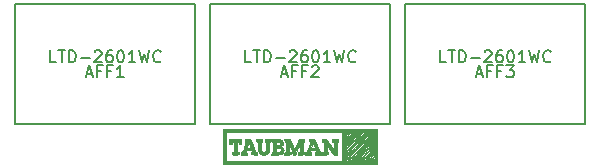
<source format=gbr>
G04 #@! TF.FileFunction,Legend,Top*
%FSLAX46Y46*%
G04 Gerber Fmt 4.6, Leading zero omitted, Abs format (unit mm)*
G04 Created by KiCad (PCBNEW 4.0.2-stable) date Sunday, August 14, 2016 'PMt' 09:10:01 PM*
%MOMM*%
G01*
G04 APERTURE LIST*
%ADD10C,0.100000*%
%ADD11C,0.150000*%
%ADD12C,0.010000*%
G04 APERTURE END LIST*
D10*
D11*
X114300000Y-112395000D02*
X129540000Y-112395000D01*
X114300000Y-112395000D02*
X114300000Y-102235000D01*
X129540000Y-112395000D02*
X114300000Y-112395000D01*
X129540000Y-102235000D02*
X129540000Y-112395000D01*
X129540000Y-112395000D02*
X129540000Y-102235000D01*
X114300000Y-102235000D02*
X129540000Y-102235000D01*
X130810000Y-112395000D02*
X146050000Y-112395000D01*
X130810000Y-112395000D02*
X130810000Y-102235000D01*
X146050000Y-112395000D02*
X130810000Y-112395000D01*
X146050000Y-102235000D02*
X146050000Y-112395000D01*
X146050000Y-112395000D02*
X146050000Y-102235000D01*
X130810000Y-102235000D02*
X146050000Y-102235000D01*
X147320000Y-112395000D02*
X162560000Y-112395000D01*
X147320000Y-112395000D02*
X147320000Y-102235000D01*
X162560000Y-112395000D02*
X147320000Y-112395000D01*
X162560000Y-102235000D02*
X162560000Y-112395000D01*
X162560000Y-112395000D02*
X162560000Y-102235000D01*
X147320000Y-102235000D02*
X162560000Y-102235000D01*
D12*
G36*
X144963200Y-115743600D02*
X131907600Y-115743600D01*
X131907600Y-115495851D01*
X142270800Y-115495851D01*
X142276431Y-115511278D01*
X142294747Y-115511232D01*
X142298528Y-115509238D01*
X142517491Y-115509238D01*
X142524840Y-115514999D01*
X142525016Y-115515000D01*
X142536420Y-115511061D01*
X142998995Y-115511061D01*
X143007676Y-115515000D01*
X143030727Y-115507430D01*
X143032356Y-115506365D01*
X143225916Y-115506365D01*
X143232449Y-115514677D01*
X143236317Y-115515000D01*
X143260705Y-115507201D01*
X143270952Y-115500554D01*
X143454116Y-115500554D01*
X143456312Y-115513109D01*
X143464974Y-115515000D01*
X143485244Y-115508696D01*
X143695503Y-115508696D01*
X143707806Y-115514739D01*
X143713534Y-115515000D01*
X143737620Y-115509506D01*
X143931963Y-115509506D01*
X143946336Y-115514981D01*
X143947797Y-115515000D01*
X143969847Y-115508514D01*
X144156372Y-115508514D01*
X144171691Y-115514851D01*
X144176634Y-115515000D01*
X144215281Y-115503692D01*
X144226890Y-115496042D01*
X144402603Y-115496042D01*
X144405630Y-115511112D01*
X144429369Y-115514991D01*
X144431303Y-115515000D01*
X144598095Y-115515000D01*
X144667145Y-115515000D01*
X144722900Y-115502930D01*
X144750245Y-115478383D01*
X144758052Y-115420921D01*
X144755798Y-115400315D01*
X144743485Y-115381232D01*
X144715277Y-115395654D01*
X144672697Y-115436932D01*
X144598095Y-115515000D01*
X144431303Y-115515000D01*
X144490838Y-115495280D01*
X144571031Y-115434771D01*
X144629719Y-115378621D01*
X144708202Y-115292140D01*
X144748703Y-115228819D01*
X144755851Y-115187136D01*
X144747833Y-115166854D01*
X144728809Y-115167445D01*
X144692676Y-115193104D01*
X144633330Y-115248026D01*
X144557435Y-115323514D01*
X144474542Y-115408262D01*
X144424252Y-115463765D01*
X144402603Y-115496042D01*
X144226890Y-115496042D01*
X144270690Y-115467180D01*
X144347675Y-115401574D01*
X144451050Y-115302989D01*
X144502350Y-115251962D01*
X144612262Y-115139311D01*
X144688237Y-115055306D01*
X144734325Y-114994866D01*
X144754574Y-114952907D01*
X144755896Y-114933727D01*
X144747919Y-114918590D01*
X144728090Y-114921545D01*
X144691834Y-114946284D01*
X144634579Y-114996501D01*
X144551752Y-115075889D01*
X144438778Y-115188141D01*
X144430181Y-115196765D01*
X144316686Y-115311534D01*
X144236161Y-115395570D01*
X144185003Y-115453397D01*
X144159608Y-115489537D01*
X144156372Y-115508514D01*
X143969847Y-115508514D01*
X143980139Y-115505487D01*
X144028106Y-115474603D01*
X144095801Y-115418831D01*
X144187330Y-115334652D01*
X144306795Y-115218550D01*
X144387929Y-115137777D01*
X144521124Y-115002921D01*
X144620702Y-114898447D01*
X144690249Y-114820142D01*
X144733347Y-114763794D01*
X144753583Y-114725190D01*
X144755911Y-114705341D01*
X144748016Y-114692907D01*
X144727927Y-114697369D01*
X144691780Y-114722037D01*
X144635715Y-114770221D01*
X144555870Y-114845232D01*
X144448381Y-114950378D01*
X144315780Y-115082564D01*
X144179575Y-115219764D01*
X144076605Y-115325446D01*
X144003614Y-115403435D01*
X143957346Y-115457558D01*
X143934548Y-115491640D01*
X143931963Y-115509506D01*
X143737620Y-115509506D01*
X143741119Y-115508708D01*
X143779017Y-115487434D01*
X143831331Y-115447577D01*
X143902163Y-115385537D01*
X143995616Y-115297713D01*
X144115793Y-115180505D01*
X144266796Y-115030312D01*
X144273564Y-115023539D01*
X144429096Y-114866705D01*
X144550611Y-114741375D01*
X144641060Y-114644219D01*
X144703398Y-114571902D01*
X144740578Y-114521093D01*
X144755554Y-114488458D01*
X144755919Y-114479286D01*
X144747252Y-114470088D01*
X144724589Y-114478313D01*
X144684637Y-114506849D01*
X144624104Y-114558587D01*
X144539697Y-114636416D01*
X144428125Y-114743226D01*
X144286093Y-114881905D01*
X144195890Y-114970747D01*
X144039738Y-115125330D01*
X143917006Y-115248138D01*
X143824576Y-115342690D01*
X143759328Y-115412503D01*
X143718146Y-115461096D01*
X143697910Y-115491988D01*
X143695503Y-115508696D01*
X143485244Y-115508696D01*
X143491078Y-115506882D01*
X143531855Y-115480606D01*
X143590486Y-115433286D01*
X143670152Y-115362036D01*
X143774032Y-115263970D01*
X143905307Y-115136201D01*
X144067158Y-114975846D01*
X144146519Y-114896582D01*
X144319978Y-114722241D01*
X144459728Y-114579879D01*
X144568684Y-114466273D01*
X144649762Y-114378200D01*
X144705880Y-114312436D01*
X144739951Y-114265759D01*
X144754894Y-114234944D01*
X144755925Y-114222944D01*
X144748203Y-114213894D01*
X144727985Y-114220442D01*
X144692230Y-114245348D01*
X144637895Y-114291373D01*
X144561938Y-114361276D01*
X144461318Y-114457818D01*
X144332992Y-114583759D01*
X144173919Y-114741859D01*
X144074379Y-114841362D01*
X143898561Y-115017863D01*
X143756362Y-115161893D01*
X143645052Y-115276467D01*
X143561902Y-115364603D01*
X143504182Y-115429319D01*
X143469163Y-115473630D01*
X143454116Y-115500554D01*
X143270952Y-115500554D01*
X143299529Y-115482019D01*
X143355700Y-115436778D01*
X143432125Y-115368800D01*
X143531712Y-115275407D01*
X143657370Y-115153923D01*
X143812006Y-115001669D01*
X143998530Y-114815969D01*
X144032193Y-114782308D01*
X144222045Y-114591738D01*
X144378099Y-114433558D01*
X144503057Y-114304825D01*
X144599621Y-114202597D01*
X144670494Y-114123933D01*
X144718377Y-114065891D01*
X144745974Y-114025527D01*
X144755987Y-113999902D01*
X144755928Y-113994396D01*
X144748278Y-113986402D01*
X144728070Y-113993640D01*
X144692505Y-114018687D01*
X144638783Y-114064120D01*
X144564105Y-114132516D01*
X144465672Y-114226452D01*
X144340684Y-114348507D01*
X144186341Y-114501256D01*
X143999845Y-114687277D01*
X143960053Y-114727087D01*
X143768021Y-114919716D01*
X143609737Y-115079585D01*
X143482653Y-115209472D01*
X143384215Y-115312152D01*
X143311874Y-115390405D01*
X143263078Y-115447006D01*
X143235276Y-115484734D01*
X143225916Y-115506365D01*
X143032356Y-115506365D01*
X143068038Y-115483048D01*
X143122303Y-115439349D01*
X143196216Y-115373824D01*
X143292471Y-115283968D01*
X143413762Y-115167272D01*
X143562783Y-115021231D01*
X143742228Y-114843336D01*
X143917873Y-114668027D01*
X144122924Y-114462374D01*
X144294089Y-114289419D01*
X144433899Y-114146441D01*
X144544882Y-114030717D01*
X144629566Y-113939525D01*
X144690480Y-113870142D01*
X144730155Y-113819846D01*
X144751117Y-113785914D01*
X144755931Y-113765834D01*
X144748345Y-113758698D01*
X144728163Y-113766509D01*
X144692779Y-113791691D01*
X144639586Y-113836671D01*
X144565976Y-113903874D01*
X144469344Y-113995726D01*
X144347082Y-114114652D01*
X144196584Y-114263078D01*
X144015242Y-114443430D01*
X143845734Y-114612806D01*
X143638639Y-114820431D01*
X143465403Y-114995066D01*
X143323625Y-115139297D01*
X143210900Y-115255712D01*
X143124827Y-115346896D01*
X143063003Y-115415436D01*
X143023024Y-115463919D01*
X143002489Y-115494932D01*
X142998995Y-115511061D01*
X142536420Y-115511061D01*
X142546003Y-115507751D01*
X142553520Y-115502758D01*
X142749584Y-115502758D01*
X142755914Y-115509443D01*
X142757794Y-115509335D01*
X142783021Y-115498414D01*
X142825903Y-115467806D01*
X142888686Y-115415412D01*
X142973615Y-115339133D01*
X143082936Y-115236870D01*
X143218895Y-115106525D01*
X143383737Y-114945999D01*
X143579709Y-114753193D01*
X143794251Y-114540709D01*
X144016451Y-114319613D01*
X144204426Y-114131408D01*
X144360470Y-113973667D01*
X144486876Y-113843965D01*
X144585937Y-113739879D01*
X144659946Y-113658983D01*
X144711196Y-113598852D01*
X144741981Y-113557061D01*
X144754592Y-113531186D01*
X144755057Y-113524709D01*
X144747111Y-113519029D01*
X144725347Y-113529109D01*
X144687394Y-113557163D01*
X144630881Y-113605408D01*
X144553435Y-113676061D01*
X144452686Y-113771338D01*
X144326261Y-113893454D01*
X144171790Y-114044628D01*
X143986900Y-114227074D01*
X143769220Y-114443009D01*
X143718600Y-114493335D01*
X143494000Y-114717081D01*
X143303638Y-114907640D01*
X143145366Y-115067279D01*
X143017043Y-115198264D01*
X142916522Y-115302864D01*
X142841661Y-115383345D01*
X142790313Y-115441977D01*
X142760336Y-115481025D01*
X142749584Y-115502758D01*
X142553520Y-115502758D01*
X142580982Y-115484518D01*
X142632314Y-115443068D01*
X142702361Y-115381171D01*
X142793484Y-115296594D01*
X142908045Y-115187106D01*
X143048404Y-115050475D01*
X143216924Y-114884470D01*
X143415965Y-114686860D01*
X143647889Y-114455411D01*
X143676545Y-114426755D01*
X143910699Y-114192152D01*
X144110807Y-113990709D01*
X144279120Y-113820042D01*
X144417887Y-113677769D01*
X144529358Y-113561507D01*
X144615782Y-113468871D01*
X144679409Y-113397479D01*
X144722489Y-113344948D01*
X144747272Y-113308894D01*
X144756007Y-113286934D01*
X144755934Y-113283288D01*
X144748465Y-113277538D01*
X144728362Y-113286294D01*
X144693323Y-113311733D01*
X144641043Y-113356033D01*
X144569221Y-113421368D01*
X144475553Y-113509916D01*
X144357735Y-113623854D01*
X144213466Y-113765357D01*
X144040441Y-113936603D01*
X143836358Y-114139767D01*
X143604405Y-114371533D01*
X143368407Y-114607961D01*
X143166453Y-114811037D01*
X142996386Y-114983046D01*
X142856047Y-115126274D01*
X142743279Y-115243006D01*
X142655925Y-115335529D01*
X142591827Y-115406128D01*
X142548827Y-115457089D01*
X142524767Y-115490697D01*
X142517491Y-115509238D01*
X142298528Y-115509238D01*
X142327879Y-115493760D01*
X142377961Y-115456909D01*
X142447124Y-115398726D01*
X142537500Y-115317256D01*
X142651221Y-115210546D01*
X142790421Y-115076643D01*
X142957231Y-114913594D01*
X143153783Y-114719444D01*
X143382210Y-114492241D01*
X143559750Y-114314950D01*
X143810963Y-114063309D01*
X144027770Y-113845010D01*
X144212127Y-113657917D01*
X144365990Y-113499897D01*
X144491314Y-113368816D01*
X144590055Y-113262539D01*
X144664169Y-113178932D01*
X144715611Y-113115861D01*
X144746338Y-113071192D01*
X144758303Y-113042790D01*
X144753465Y-113028521D01*
X144741047Y-113025799D01*
X144720065Y-113043257D01*
X144666909Y-113093254D01*
X144585143Y-113172226D01*
X144478331Y-113276611D01*
X144350037Y-113402843D01*
X144203824Y-113547361D01*
X144043257Y-113706599D01*
X143871900Y-113876994D01*
X143693316Y-114054983D01*
X143511070Y-114237001D01*
X143328726Y-114419486D01*
X143149847Y-114598873D01*
X142977997Y-114771599D01*
X142816742Y-114934100D01*
X142669643Y-115082813D01*
X142540266Y-115214173D01*
X142432174Y-115324618D01*
X142348931Y-115410582D01*
X142294102Y-115468504D01*
X142271250Y-115494818D01*
X142270800Y-115495851D01*
X131907600Y-115495851D01*
X131907600Y-113051200D01*
X132161600Y-113051200D01*
X132161600Y-115489600D01*
X141991400Y-115489600D01*
X141991400Y-115281489D01*
X142270800Y-115281489D01*
X142275814Y-115290450D01*
X142292506Y-115285779D01*
X142323343Y-115265181D01*
X142370797Y-115226363D01*
X142437336Y-115167031D01*
X142525432Y-115084890D01*
X142637553Y-114977648D01*
X142776169Y-114843010D01*
X142943750Y-114678682D01*
X143142767Y-114482371D01*
X143318550Y-114308405D01*
X143513959Y-114114870D01*
X143701914Y-113928824D01*
X143878713Y-113753923D01*
X144040658Y-113593822D01*
X144184047Y-113452176D01*
X144305181Y-113332642D01*
X144400360Y-113238873D01*
X144465884Y-113174527D01*
X144492997Y-113148105D01*
X144558180Y-113084188D01*
X144590126Y-113047614D01*
X144592450Y-113030764D01*
X144568770Y-113026017D01*
X144551035Y-113025800D01*
X144531089Y-113031172D01*
X144500782Y-113048898D01*
X144457532Y-113081385D01*
X144398754Y-113131045D01*
X144321865Y-113200286D01*
X144224280Y-113291518D01*
X144103417Y-113407152D01*
X143956691Y-113549597D01*
X143781519Y-113721263D01*
X143575317Y-113924559D01*
X143376587Y-114121189D01*
X143140347Y-114355591D01*
X142938237Y-114557039D01*
X142767941Y-114727966D01*
X142627141Y-114870804D01*
X142513519Y-114987984D01*
X142424757Y-115081939D01*
X142358538Y-115155100D01*
X142312543Y-115209900D01*
X142284456Y-115248770D01*
X142271958Y-115274143D01*
X142270800Y-115281489D01*
X141991400Y-115281489D01*
X141991400Y-115057561D01*
X142270800Y-115057561D01*
X142276364Y-115065697D01*
X142294655Y-115059088D01*
X142328074Y-115035483D01*
X142379018Y-114992629D01*
X142449887Y-114928276D01*
X142543081Y-114840172D01*
X142660998Y-114726065D01*
X142806037Y-114583704D01*
X142980597Y-114410838D01*
X143187078Y-114205214D01*
X143312676Y-114079783D01*
X143537471Y-113854770D01*
X143728286Y-113662926D01*
X143887393Y-113501835D01*
X144017064Y-113369079D01*
X144119571Y-113262240D01*
X144197185Y-113178901D01*
X144252179Y-113116644D01*
X144286824Y-113073052D01*
X144303393Y-113045707D01*
X144304156Y-113032191D01*
X144299331Y-113029866D01*
X144268959Y-113045474D01*
X144207548Y-113093857D01*
X144119102Y-113171011D01*
X144007624Y-113272935D01*
X143877119Y-113395626D01*
X143731592Y-113535081D01*
X143575047Y-113687297D01*
X143411487Y-113848271D01*
X143244918Y-114014002D01*
X143079343Y-114180487D01*
X142918767Y-114343722D01*
X142767194Y-114499706D01*
X142628629Y-114644435D01*
X142507075Y-114773908D01*
X142406537Y-114884120D01*
X142331019Y-114971071D01*
X142284525Y-115030757D01*
X142270800Y-115057561D01*
X141991400Y-115057561D01*
X141991400Y-114828931D01*
X142270800Y-114828931D01*
X142276294Y-114837874D01*
X142294477Y-114831876D01*
X142327898Y-114808563D01*
X142379105Y-114765562D01*
X142450649Y-114700500D01*
X142545079Y-114611005D01*
X142664943Y-114494703D01*
X142812791Y-114349221D01*
X142991172Y-114172186D01*
X143198390Y-113965469D01*
X143409303Y-113754310D01*
X143586325Y-113576133D01*
X143731848Y-113428368D01*
X143848271Y-113308445D01*
X143937987Y-113213797D01*
X144003392Y-113141853D01*
X144046881Y-113090046D01*
X144070851Y-113055805D01*
X144077696Y-113036561D01*
X144070758Y-113029868D01*
X144039617Y-113045353D01*
X143977816Y-113093466D01*
X143889619Y-113169943D01*
X143779292Y-113270522D01*
X143651099Y-113390939D01*
X143509305Y-113526933D01*
X143358176Y-113674241D01*
X143201976Y-113828599D01*
X143044970Y-113985745D01*
X142891423Y-114141416D01*
X142745599Y-114291349D01*
X142611765Y-114431282D01*
X142494184Y-114556952D01*
X142397121Y-114664096D01*
X142324842Y-114748451D01*
X142281611Y-114805754D01*
X142270800Y-114828931D01*
X141991400Y-114828931D01*
X141991400Y-114587589D01*
X142270800Y-114587589D01*
X142273264Y-114603165D01*
X142282662Y-114608744D01*
X142302004Y-114601602D01*
X142334296Y-114579016D01*
X142382547Y-114538260D01*
X142449766Y-114476611D01*
X142538961Y-114391345D01*
X142653141Y-114279739D01*
X142795312Y-114139067D01*
X142968485Y-113966606D01*
X143084104Y-113851151D01*
X143276547Y-113658623D01*
X143435620Y-113498772D01*
X143564078Y-113368560D01*
X143664678Y-113264949D01*
X143740177Y-113184904D01*
X143793332Y-113125386D01*
X143826898Y-113083358D01*
X143843633Y-113055783D01*
X143846293Y-113039624D01*
X143837634Y-113031844D01*
X143829297Y-113030066D01*
X143808729Y-113031560D01*
X143781904Y-113042703D01*
X143745409Y-113066582D01*
X143695833Y-113106289D01*
X143629764Y-113164912D01*
X143543790Y-113245540D01*
X143434500Y-113351263D01*
X143298481Y-113485171D01*
X143132323Y-113650352D01*
X143015993Y-113766505D01*
X142829827Y-113952982D01*
X142676807Y-114107323D01*
X142553813Y-114232965D01*
X142457727Y-114333346D01*
X142385427Y-114411904D01*
X142333795Y-114472074D01*
X142299710Y-114517295D01*
X142280054Y-114551004D01*
X142271707Y-114576638D01*
X142270800Y-114587589D01*
X141991400Y-114587589D01*
X141991400Y-114346233D01*
X142270800Y-114346233D01*
X142276073Y-114357470D01*
X142293884Y-114353174D01*
X142327221Y-114330638D01*
X142379070Y-114287152D01*
X142452419Y-114220010D01*
X142550256Y-114126503D01*
X142675567Y-114003924D01*
X142831340Y-113849565D01*
X142957134Y-113724123D01*
X143135568Y-113545366D01*
X143280340Y-113399034D01*
X143394189Y-113282114D01*
X143479853Y-113191596D01*
X143540070Y-113124466D01*
X143577578Y-113077714D01*
X143595115Y-113048326D01*
X143595418Y-113033293D01*
X143588248Y-113029874D01*
X143554851Y-113045015D01*
X143491966Y-113092386D01*
X143404632Y-113166951D01*
X143297888Y-113263677D01*
X143176772Y-113377528D01*
X143046324Y-113503471D01*
X142911581Y-113636470D01*
X142777583Y-113771492D01*
X142649368Y-113903502D01*
X142531974Y-114027465D01*
X142430441Y-114138348D01*
X142349807Y-114231114D01*
X142295111Y-114300731D01*
X142271391Y-114342163D01*
X142270800Y-114346233D01*
X141991400Y-114346233D01*
X141991400Y-114117555D01*
X142270800Y-114117555D01*
X142275906Y-114130330D01*
X142293420Y-114127145D01*
X142326632Y-114105080D01*
X142378834Y-114061212D01*
X142453317Y-113992621D01*
X142553371Y-113896386D01*
X142682288Y-113769586D01*
X142842868Y-113609788D01*
X143003890Y-113448388D01*
X143131392Y-113319023D01*
X143228332Y-113218374D01*
X143297669Y-113143120D01*
X143342362Y-113089944D01*
X143365369Y-113055524D01*
X143369649Y-113036542D01*
X143359719Y-113029878D01*
X143324743Y-113044794D01*
X143261158Y-113091690D01*
X143174550Y-113164985D01*
X143070510Y-113259096D01*
X142954625Y-113368441D01*
X142832486Y-113487437D01*
X142709680Y-113610501D01*
X142591797Y-113732052D01*
X142484425Y-113846506D01*
X142393154Y-113948282D01*
X142323572Y-114031796D01*
X142281268Y-114091466D01*
X142270800Y-114117555D01*
X141991400Y-114117555D01*
X141991400Y-113888837D01*
X142270800Y-113888837D01*
X142275663Y-113903657D01*
X142292728Y-113901908D01*
X142325702Y-113880402D01*
X142378295Y-113835952D01*
X142454217Y-113765371D01*
X142557176Y-113665470D01*
X142690882Y-113533064D01*
X142728620Y-113495435D01*
X142870372Y-113353233D01*
X142978771Y-113242526D01*
X143057057Y-113159572D01*
X143108467Y-113100627D01*
X143136239Y-113061945D01*
X143143610Y-113039784D01*
X143133818Y-113030399D01*
X143131226Y-113029886D01*
X143094053Y-113044506D01*
X143029576Y-113090804D01*
X142944161Y-113162423D01*
X142844180Y-113253004D01*
X142735999Y-113356191D01*
X142625987Y-113465625D01*
X142520514Y-113574948D01*
X142425947Y-113677803D01*
X142348656Y-113767832D01*
X142295009Y-113838678D01*
X142271375Y-113883982D01*
X142270800Y-113888837D01*
X141991400Y-113888837D01*
X141991400Y-113634600D01*
X142270800Y-113634600D01*
X142275223Y-113652749D01*
X142291443Y-113653216D01*
X142323889Y-113632438D01*
X142376985Y-113586854D01*
X142455159Y-113512901D01*
X142562839Y-113407018D01*
X142601719Y-113368333D01*
X142718955Y-113250537D01*
X142803060Y-113163311D01*
X142857681Y-113102181D01*
X142886462Y-113062672D01*
X142893050Y-113040308D01*
X142881091Y-113030616D01*
X142877440Y-113029901D01*
X142836398Y-113044059D01*
X142770616Y-113089486D01*
X142687874Y-113158428D01*
X142595952Y-113243129D01*
X142502632Y-113335832D01*
X142415694Y-113428782D01*
X142342918Y-113514223D01*
X142292085Y-113584399D01*
X142270976Y-113631556D01*
X142270800Y-113634600D01*
X141991400Y-113634600D01*
X141991400Y-113405505D01*
X142270800Y-113405505D01*
X142274474Y-113428681D01*
X142289234Y-113432146D01*
X142320686Y-113411979D01*
X142374435Y-113364259D01*
X142456087Y-113285064D01*
X142487610Y-113253839D01*
X142578369Y-113162405D01*
X142636179Y-113100043D01*
X142665141Y-113061073D01*
X142669358Y-113039812D01*
X142652933Y-113030580D01*
X142649280Y-113029933D01*
X142601507Y-113043462D01*
X142534451Y-113087969D01*
X142458468Y-113153180D01*
X142383915Y-113228816D01*
X142321148Y-113304600D01*
X142280524Y-113370257D01*
X142270800Y-113405505D01*
X141991400Y-113405505D01*
X141991400Y-113174591D01*
X142270800Y-113174591D01*
X142272611Y-113209344D01*
X142283872Y-113217684D01*
X142313327Y-113196586D01*
X142369718Y-113143028D01*
X142373955Y-113138904D01*
X142430333Y-113082073D01*
X142453154Y-113050672D01*
X142446369Y-113035871D01*
X142422660Y-113030108D01*
X142355326Y-113042466D01*
X142299787Y-113090546D01*
X142271732Y-113159419D01*
X142270800Y-113174591D01*
X141991400Y-113174591D01*
X141991400Y-113051200D01*
X132161600Y-113051200D01*
X131907600Y-113051200D01*
X131907600Y-112797200D01*
X144963200Y-112797200D01*
X144963200Y-115743600D01*
X144963200Y-115743600D01*
G37*
X144963200Y-115743600D02*
X131907600Y-115743600D01*
X131907600Y-115495851D01*
X142270800Y-115495851D01*
X142276431Y-115511278D01*
X142294747Y-115511232D01*
X142298528Y-115509238D01*
X142517491Y-115509238D01*
X142524840Y-115514999D01*
X142525016Y-115515000D01*
X142536420Y-115511061D01*
X142998995Y-115511061D01*
X143007676Y-115515000D01*
X143030727Y-115507430D01*
X143032356Y-115506365D01*
X143225916Y-115506365D01*
X143232449Y-115514677D01*
X143236317Y-115515000D01*
X143260705Y-115507201D01*
X143270952Y-115500554D01*
X143454116Y-115500554D01*
X143456312Y-115513109D01*
X143464974Y-115515000D01*
X143485244Y-115508696D01*
X143695503Y-115508696D01*
X143707806Y-115514739D01*
X143713534Y-115515000D01*
X143737620Y-115509506D01*
X143931963Y-115509506D01*
X143946336Y-115514981D01*
X143947797Y-115515000D01*
X143969847Y-115508514D01*
X144156372Y-115508514D01*
X144171691Y-115514851D01*
X144176634Y-115515000D01*
X144215281Y-115503692D01*
X144226890Y-115496042D01*
X144402603Y-115496042D01*
X144405630Y-115511112D01*
X144429369Y-115514991D01*
X144431303Y-115515000D01*
X144598095Y-115515000D01*
X144667145Y-115515000D01*
X144722900Y-115502930D01*
X144750245Y-115478383D01*
X144758052Y-115420921D01*
X144755798Y-115400315D01*
X144743485Y-115381232D01*
X144715277Y-115395654D01*
X144672697Y-115436932D01*
X144598095Y-115515000D01*
X144431303Y-115515000D01*
X144490838Y-115495280D01*
X144571031Y-115434771D01*
X144629719Y-115378621D01*
X144708202Y-115292140D01*
X144748703Y-115228819D01*
X144755851Y-115187136D01*
X144747833Y-115166854D01*
X144728809Y-115167445D01*
X144692676Y-115193104D01*
X144633330Y-115248026D01*
X144557435Y-115323514D01*
X144474542Y-115408262D01*
X144424252Y-115463765D01*
X144402603Y-115496042D01*
X144226890Y-115496042D01*
X144270690Y-115467180D01*
X144347675Y-115401574D01*
X144451050Y-115302989D01*
X144502350Y-115251962D01*
X144612262Y-115139311D01*
X144688237Y-115055306D01*
X144734325Y-114994866D01*
X144754574Y-114952907D01*
X144755896Y-114933727D01*
X144747919Y-114918590D01*
X144728090Y-114921545D01*
X144691834Y-114946284D01*
X144634579Y-114996501D01*
X144551752Y-115075889D01*
X144438778Y-115188141D01*
X144430181Y-115196765D01*
X144316686Y-115311534D01*
X144236161Y-115395570D01*
X144185003Y-115453397D01*
X144159608Y-115489537D01*
X144156372Y-115508514D01*
X143969847Y-115508514D01*
X143980139Y-115505487D01*
X144028106Y-115474603D01*
X144095801Y-115418831D01*
X144187330Y-115334652D01*
X144306795Y-115218550D01*
X144387929Y-115137777D01*
X144521124Y-115002921D01*
X144620702Y-114898447D01*
X144690249Y-114820142D01*
X144733347Y-114763794D01*
X144753583Y-114725190D01*
X144755911Y-114705341D01*
X144748016Y-114692907D01*
X144727927Y-114697369D01*
X144691780Y-114722037D01*
X144635715Y-114770221D01*
X144555870Y-114845232D01*
X144448381Y-114950378D01*
X144315780Y-115082564D01*
X144179575Y-115219764D01*
X144076605Y-115325446D01*
X144003614Y-115403435D01*
X143957346Y-115457558D01*
X143934548Y-115491640D01*
X143931963Y-115509506D01*
X143737620Y-115509506D01*
X143741119Y-115508708D01*
X143779017Y-115487434D01*
X143831331Y-115447577D01*
X143902163Y-115385537D01*
X143995616Y-115297713D01*
X144115793Y-115180505D01*
X144266796Y-115030312D01*
X144273564Y-115023539D01*
X144429096Y-114866705D01*
X144550611Y-114741375D01*
X144641060Y-114644219D01*
X144703398Y-114571902D01*
X144740578Y-114521093D01*
X144755554Y-114488458D01*
X144755919Y-114479286D01*
X144747252Y-114470088D01*
X144724589Y-114478313D01*
X144684637Y-114506849D01*
X144624104Y-114558587D01*
X144539697Y-114636416D01*
X144428125Y-114743226D01*
X144286093Y-114881905D01*
X144195890Y-114970747D01*
X144039738Y-115125330D01*
X143917006Y-115248138D01*
X143824576Y-115342690D01*
X143759328Y-115412503D01*
X143718146Y-115461096D01*
X143697910Y-115491988D01*
X143695503Y-115508696D01*
X143485244Y-115508696D01*
X143491078Y-115506882D01*
X143531855Y-115480606D01*
X143590486Y-115433286D01*
X143670152Y-115362036D01*
X143774032Y-115263970D01*
X143905307Y-115136201D01*
X144067158Y-114975846D01*
X144146519Y-114896582D01*
X144319978Y-114722241D01*
X144459728Y-114579879D01*
X144568684Y-114466273D01*
X144649762Y-114378200D01*
X144705880Y-114312436D01*
X144739951Y-114265759D01*
X144754894Y-114234944D01*
X144755925Y-114222944D01*
X144748203Y-114213894D01*
X144727985Y-114220442D01*
X144692230Y-114245348D01*
X144637895Y-114291373D01*
X144561938Y-114361276D01*
X144461318Y-114457818D01*
X144332992Y-114583759D01*
X144173919Y-114741859D01*
X144074379Y-114841362D01*
X143898561Y-115017863D01*
X143756362Y-115161893D01*
X143645052Y-115276467D01*
X143561902Y-115364603D01*
X143504182Y-115429319D01*
X143469163Y-115473630D01*
X143454116Y-115500554D01*
X143270952Y-115500554D01*
X143299529Y-115482019D01*
X143355700Y-115436778D01*
X143432125Y-115368800D01*
X143531712Y-115275407D01*
X143657370Y-115153923D01*
X143812006Y-115001669D01*
X143998530Y-114815969D01*
X144032193Y-114782308D01*
X144222045Y-114591738D01*
X144378099Y-114433558D01*
X144503057Y-114304825D01*
X144599621Y-114202597D01*
X144670494Y-114123933D01*
X144718377Y-114065891D01*
X144745974Y-114025527D01*
X144755987Y-113999902D01*
X144755928Y-113994396D01*
X144748278Y-113986402D01*
X144728070Y-113993640D01*
X144692505Y-114018687D01*
X144638783Y-114064120D01*
X144564105Y-114132516D01*
X144465672Y-114226452D01*
X144340684Y-114348507D01*
X144186341Y-114501256D01*
X143999845Y-114687277D01*
X143960053Y-114727087D01*
X143768021Y-114919716D01*
X143609737Y-115079585D01*
X143482653Y-115209472D01*
X143384215Y-115312152D01*
X143311874Y-115390405D01*
X143263078Y-115447006D01*
X143235276Y-115484734D01*
X143225916Y-115506365D01*
X143032356Y-115506365D01*
X143068038Y-115483048D01*
X143122303Y-115439349D01*
X143196216Y-115373824D01*
X143292471Y-115283968D01*
X143413762Y-115167272D01*
X143562783Y-115021231D01*
X143742228Y-114843336D01*
X143917873Y-114668027D01*
X144122924Y-114462374D01*
X144294089Y-114289419D01*
X144433899Y-114146441D01*
X144544882Y-114030717D01*
X144629566Y-113939525D01*
X144690480Y-113870142D01*
X144730155Y-113819846D01*
X144751117Y-113785914D01*
X144755931Y-113765834D01*
X144748345Y-113758698D01*
X144728163Y-113766509D01*
X144692779Y-113791691D01*
X144639586Y-113836671D01*
X144565976Y-113903874D01*
X144469344Y-113995726D01*
X144347082Y-114114652D01*
X144196584Y-114263078D01*
X144015242Y-114443430D01*
X143845734Y-114612806D01*
X143638639Y-114820431D01*
X143465403Y-114995066D01*
X143323625Y-115139297D01*
X143210900Y-115255712D01*
X143124827Y-115346896D01*
X143063003Y-115415436D01*
X143023024Y-115463919D01*
X143002489Y-115494932D01*
X142998995Y-115511061D01*
X142536420Y-115511061D01*
X142546003Y-115507751D01*
X142553520Y-115502758D01*
X142749584Y-115502758D01*
X142755914Y-115509443D01*
X142757794Y-115509335D01*
X142783021Y-115498414D01*
X142825903Y-115467806D01*
X142888686Y-115415412D01*
X142973615Y-115339133D01*
X143082936Y-115236870D01*
X143218895Y-115106525D01*
X143383737Y-114945999D01*
X143579709Y-114753193D01*
X143794251Y-114540709D01*
X144016451Y-114319613D01*
X144204426Y-114131408D01*
X144360470Y-113973667D01*
X144486876Y-113843965D01*
X144585937Y-113739879D01*
X144659946Y-113658983D01*
X144711196Y-113598852D01*
X144741981Y-113557061D01*
X144754592Y-113531186D01*
X144755057Y-113524709D01*
X144747111Y-113519029D01*
X144725347Y-113529109D01*
X144687394Y-113557163D01*
X144630881Y-113605408D01*
X144553435Y-113676061D01*
X144452686Y-113771338D01*
X144326261Y-113893454D01*
X144171790Y-114044628D01*
X143986900Y-114227074D01*
X143769220Y-114443009D01*
X143718600Y-114493335D01*
X143494000Y-114717081D01*
X143303638Y-114907640D01*
X143145366Y-115067279D01*
X143017043Y-115198264D01*
X142916522Y-115302864D01*
X142841661Y-115383345D01*
X142790313Y-115441977D01*
X142760336Y-115481025D01*
X142749584Y-115502758D01*
X142553520Y-115502758D01*
X142580982Y-115484518D01*
X142632314Y-115443068D01*
X142702361Y-115381171D01*
X142793484Y-115296594D01*
X142908045Y-115187106D01*
X143048404Y-115050475D01*
X143216924Y-114884470D01*
X143415965Y-114686860D01*
X143647889Y-114455411D01*
X143676545Y-114426755D01*
X143910699Y-114192152D01*
X144110807Y-113990709D01*
X144279120Y-113820042D01*
X144417887Y-113677769D01*
X144529358Y-113561507D01*
X144615782Y-113468871D01*
X144679409Y-113397479D01*
X144722489Y-113344948D01*
X144747272Y-113308894D01*
X144756007Y-113286934D01*
X144755934Y-113283288D01*
X144748465Y-113277538D01*
X144728362Y-113286294D01*
X144693323Y-113311733D01*
X144641043Y-113356033D01*
X144569221Y-113421368D01*
X144475553Y-113509916D01*
X144357735Y-113623854D01*
X144213466Y-113765357D01*
X144040441Y-113936603D01*
X143836358Y-114139767D01*
X143604405Y-114371533D01*
X143368407Y-114607961D01*
X143166453Y-114811037D01*
X142996386Y-114983046D01*
X142856047Y-115126274D01*
X142743279Y-115243006D01*
X142655925Y-115335529D01*
X142591827Y-115406128D01*
X142548827Y-115457089D01*
X142524767Y-115490697D01*
X142517491Y-115509238D01*
X142298528Y-115509238D01*
X142327879Y-115493760D01*
X142377961Y-115456909D01*
X142447124Y-115398726D01*
X142537500Y-115317256D01*
X142651221Y-115210546D01*
X142790421Y-115076643D01*
X142957231Y-114913594D01*
X143153783Y-114719444D01*
X143382210Y-114492241D01*
X143559750Y-114314950D01*
X143810963Y-114063309D01*
X144027770Y-113845010D01*
X144212127Y-113657917D01*
X144365990Y-113499897D01*
X144491314Y-113368816D01*
X144590055Y-113262539D01*
X144664169Y-113178932D01*
X144715611Y-113115861D01*
X144746338Y-113071192D01*
X144758303Y-113042790D01*
X144753465Y-113028521D01*
X144741047Y-113025799D01*
X144720065Y-113043257D01*
X144666909Y-113093254D01*
X144585143Y-113172226D01*
X144478331Y-113276611D01*
X144350037Y-113402843D01*
X144203824Y-113547361D01*
X144043257Y-113706599D01*
X143871900Y-113876994D01*
X143693316Y-114054983D01*
X143511070Y-114237001D01*
X143328726Y-114419486D01*
X143149847Y-114598873D01*
X142977997Y-114771599D01*
X142816742Y-114934100D01*
X142669643Y-115082813D01*
X142540266Y-115214173D01*
X142432174Y-115324618D01*
X142348931Y-115410582D01*
X142294102Y-115468504D01*
X142271250Y-115494818D01*
X142270800Y-115495851D01*
X131907600Y-115495851D01*
X131907600Y-113051200D01*
X132161600Y-113051200D01*
X132161600Y-115489600D01*
X141991400Y-115489600D01*
X141991400Y-115281489D01*
X142270800Y-115281489D01*
X142275814Y-115290450D01*
X142292506Y-115285779D01*
X142323343Y-115265181D01*
X142370797Y-115226363D01*
X142437336Y-115167031D01*
X142525432Y-115084890D01*
X142637553Y-114977648D01*
X142776169Y-114843010D01*
X142943750Y-114678682D01*
X143142767Y-114482371D01*
X143318550Y-114308405D01*
X143513959Y-114114870D01*
X143701914Y-113928824D01*
X143878713Y-113753923D01*
X144040658Y-113593822D01*
X144184047Y-113452176D01*
X144305181Y-113332642D01*
X144400360Y-113238873D01*
X144465884Y-113174527D01*
X144492997Y-113148105D01*
X144558180Y-113084188D01*
X144590126Y-113047614D01*
X144592450Y-113030764D01*
X144568770Y-113026017D01*
X144551035Y-113025800D01*
X144531089Y-113031172D01*
X144500782Y-113048898D01*
X144457532Y-113081385D01*
X144398754Y-113131045D01*
X144321865Y-113200286D01*
X144224280Y-113291518D01*
X144103417Y-113407152D01*
X143956691Y-113549597D01*
X143781519Y-113721263D01*
X143575317Y-113924559D01*
X143376587Y-114121189D01*
X143140347Y-114355591D01*
X142938237Y-114557039D01*
X142767941Y-114727966D01*
X142627141Y-114870804D01*
X142513519Y-114987984D01*
X142424757Y-115081939D01*
X142358538Y-115155100D01*
X142312543Y-115209900D01*
X142284456Y-115248770D01*
X142271958Y-115274143D01*
X142270800Y-115281489D01*
X141991400Y-115281489D01*
X141991400Y-115057561D01*
X142270800Y-115057561D01*
X142276364Y-115065697D01*
X142294655Y-115059088D01*
X142328074Y-115035483D01*
X142379018Y-114992629D01*
X142449887Y-114928276D01*
X142543081Y-114840172D01*
X142660998Y-114726065D01*
X142806037Y-114583704D01*
X142980597Y-114410838D01*
X143187078Y-114205214D01*
X143312676Y-114079783D01*
X143537471Y-113854770D01*
X143728286Y-113662926D01*
X143887393Y-113501835D01*
X144017064Y-113369079D01*
X144119571Y-113262240D01*
X144197185Y-113178901D01*
X144252179Y-113116644D01*
X144286824Y-113073052D01*
X144303393Y-113045707D01*
X144304156Y-113032191D01*
X144299331Y-113029866D01*
X144268959Y-113045474D01*
X144207548Y-113093857D01*
X144119102Y-113171011D01*
X144007624Y-113272935D01*
X143877119Y-113395626D01*
X143731592Y-113535081D01*
X143575047Y-113687297D01*
X143411487Y-113848271D01*
X143244918Y-114014002D01*
X143079343Y-114180487D01*
X142918767Y-114343722D01*
X142767194Y-114499706D01*
X142628629Y-114644435D01*
X142507075Y-114773908D01*
X142406537Y-114884120D01*
X142331019Y-114971071D01*
X142284525Y-115030757D01*
X142270800Y-115057561D01*
X141991400Y-115057561D01*
X141991400Y-114828931D01*
X142270800Y-114828931D01*
X142276294Y-114837874D01*
X142294477Y-114831876D01*
X142327898Y-114808563D01*
X142379105Y-114765562D01*
X142450649Y-114700500D01*
X142545079Y-114611005D01*
X142664943Y-114494703D01*
X142812791Y-114349221D01*
X142991172Y-114172186D01*
X143198390Y-113965469D01*
X143409303Y-113754310D01*
X143586325Y-113576133D01*
X143731848Y-113428368D01*
X143848271Y-113308445D01*
X143937987Y-113213797D01*
X144003392Y-113141853D01*
X144046881Y-113090046D01*
X144070851Y-113055805D01*
X144077696Y-113036561D01*
X144070758Y-113029868D01*
X144039617Y-113045353D01*
X143977816Y-113093466D01*
X143889619Y-113169943D01*
X143779292Y-113270522D01*
X143651099Y-113390939D01*
X143509305Y-113526933D01*
X143358176Y-113674241D01*
X143201976Y-113828599D01*
X143044970Y-113985745D01*
X142891423Y-114141416D01*
X142745599Y-114291349D01*
X142611765Y-114431282D01*
X142494184Y-114556952D01*
X142397121Y-114664096D01*
X142324842Y-114748451D01*
X142281611Y-114805754D01*
X142270800Y-114828931D01*
X141991400Y-114828931D01*
X141991400Y-114587589D01*
X142270800Y-114587589D01*
X142273264Y-114603165D01*
X142282662Y-114608744D01*
X142302004Y-114601602D01*
X142334296Y-114579016D01*
X142382547Y-114538260D01*
X142449766Y-114476611D01*
X142538961Y-114391345D01*
X142653141Y-114279739D01*
X142795312Y-114139067D01*
X142968485Y-113966606D01*
X143084104Y-113851151D01*
X143276547Y-113658623D01*
X143435620Y-113498772D01*
X143564078Y-113368560D01*
X143664678Y-113264949D01*
X143740177Y-113184904D01*
X143793332Y-113125386D01*
X143826898Y-113083358D01*
X143843633Y-113055783D01*
X143846293Y-113039624D01*
X143837634Y-113031844D01*
X143829297Y-113030066D01*
X143808729Y-113031560D01*
X143781904Y-113042703D01*
X143745409Y-113066582D01*
X143695833Y-113106289D01*
X143629764Y-113164912D01*
X143543790Y-113245540D01*
X143434500Y-113351263D01*
X143298481Y-113485171D01*
X143132323Y-113650352D01*
X143015993Y-113766505D01*
X142829827Y-113952982D01*
X142676807Y-114107323D01*
X142553813Y-114232965D01*
X142457727Y-114333346D01*
X142385427Y-114411904D01*
X142333795Y-114472074D01*
X142299710Y-114517295D01*
X142280054Y-114551004D01*
X142271707Y-114576638D01*
X142270800Y-114587589D01*
X141991400Y-114587589D01*
X141991400Y-114346233D01*
X142270800Y-114346233D01*
X142276073Y-114357470D01*
X142293884Y-114353174D01*
X142327221Y-114330638D01*
X142379070Y-114287152D01*
X142452419Y-114220010D01*
X142550256Y-114126503D01*
X142675567Y-114003924D01*
X142831340Y-113849565D01*
X142957134Y-113724123D01*
X143135568Y-113545366D01*
X143280340Y-113399034D01*
X143394189Y-113282114D01*
X143479853Y-113191596D01*
X143540070Y-113124466D01*
X143577578Y-113077714D01*
X143595115Y-113048326D01*
X143595418Y-113033293D01*
X143588248Y-113029874D01*
X143554851Y-113045015D01*
X143491966Y-113092386D01*
X143404632Y-113166951D01*
X143297888Y-113263677D01*
X143176772Y-113377528D01*
X143046324Y-113503471D01*
X142911581Y-113636470D01*
X142777583Y-113771492D01*
X142649368Y-113903502D01*
X142531974Y-114027465D01*
X142430441Y-114138348D01*
X142349807Y-114231114D01*
X142295111Y-114300731D01*
X142271391Y-114342163D01*
X142270800Y-114346233D01*
X141991400Y-114346233D01*
X141991400Y-114117555D01*
X142270800Y-114117555D01*
X142275906Y-114130330D01*
X142293420Y-114127145D01*
X142326632Y-114105080D01*
X142378834Y-114061212D01*
X142453317Y-113992621D01*
X142553371Y-113896386D01*
X142682288Y-113769586D01*
X142842868Y-113609788D01*
X143003890Y-113448388D01*
X143131392Y-113319023D01*
X143228332Y-113218374D01*
X143297669Y-113143120D01*
X143342362Y-113089944D01*
X143365369Y-113055524D01*
X143369649Y-113036542D01*
X143359719Y-113029878D01*
X143324743Y-113044794D01*
X143261158Y-113091690D01*
X143174550Y-113164985D01*
X143070510Y-113259096D01*
X142954625Y-113368441D01*
X142832486Y-113487437D01*
X142709680Y-113610501D01*
X142591797Y-113732052D01*
X142484425Y-113846506D01*
X142393154Y-113948282D01*
X142323572Y-114031796D01*
X142281268Y-114091466D01*
X142270800Y-114117555D01*
X141991400Y-114117555D01*
X141991400Y-113888837D01*
X142270800Y-113888837D01*
X142275663Y-113903657D01*
X142292728Y-113901908D01*
X142325702Y-113880402D01*
X142378295Y-113835952D01*
X142454217Y-113765371D01*
X142557176Y-113665470D01*
X142690882Y-113533064D01*
X142728620Y-113495435D01*
X142870372Y-113353233D01*
X142978771Y-113242526D01*
X143057057Y-113159572D01*
X143108467Y-113100627D01*
X143136239Y-113061945D01*
X143143610Y-113039784D01*
X143133818Y-113030399D01*
X143131226Y-113029886D01*
X143094053Y-113044506D01*
X143029576Y-113090804D01*
X142944161Y-113162423D01*
X142844180Y-113253004D01*
X142735999Y-113356191D01*
X142625987Y-113465625D01*
X142520514Y-113574948D01*
X142425947Y-113677803D01*
X142348656Y-113767832D01*
X142295009Y-113838678D01*
X142271375Y-113883982D01*
X142270800Y-113888837D01*
X141991400Y-113888837D01*
X141991400Y-113634600D01*
X142270800Y-113634600D01*
X142275223Y-113652749D01*
X142291443Y-113653216D01*
X142323889Y-113632438D01*
X142376985Y-113586854D01*
X142455159Y-113512901D01*
X142562839Y-113407018D01*
X142601719Y-113368333D01*
X142718955Y-113250537D01*
X142803060Y-113163311D01*
X142857681Y-113102181D01*
X142886462Y-113062672D01*
X142893050Y-113040308D01*
X142881091Y-113030616D01*
X142877440Y-113029901D01*
X142836398Y-113044059D01*
X142770616Y-113089486D01*
X142687874Y-113158428D01*
X142595952Y-113243129D01*
X142502632Y-113335832D01*
X142415694Y-113428782D01*
X142342918Y-113514223D01*
X142292085Y-113584399D01*
X142270976Y-113631556D01*
X142270800Y-113634600D01*
X141991400Y-113634600D01*
X141991400Y-113405505D01*
X142270800Y-113405505D01*
X142274474Y-113428681D01*
X142289234Y-113432146D01*
X142320686Y-113411979D01*
X142374435Y-113364259D01*
X142456087Y-113285064D01*
X142487610Y-113253839D01*
X142578369Y-113162405D01*
X142636179Y-113100043D01*
X142665141Y-113061073D01*
X142669358Y-113039812D01*
X142652933Y-113030580D01*
X142649280Y-113029933D01*
X142601507Y-113043462D01*
X142534451Y-113087969D01*
X142458468Y-113153180D01*
X142383915Y-113228816D01*
X142321148Y-113304600D01*
X142280524Y-113370257D01*
X142270800Y-113405505D01*
X141991400Y-113405505D01*
X141991400Y-113174591D01*
X142270800Y-113174591D01*
X142272611Y-113209344D01*
X142283872Y-113217684D01*
X142313327Y-113196586D01*
X142369718Y-113143028D01*
X142373955Y-113138904D01*
X142430333Y-113082073D01*
X142453154Y-113050672D01*
X142446369Y-113035871D01*
X142422660Y-113030108D01*
X142355326Y-113042466D01*
X142299787Y-113090546D01*
X142271732Y-113159419D01*
X142270800Y-113174591D01*
X141991400Y-113174591D01*
X141991400Y-113051200D01*
X132161600Y-113051200D01*
X131907600Y-113051200D01*
X131907600Y-112797200D01*
X144963200Y-112797200D01*
X144963200Y-115743600D01*
G36*
X135230110Y-113743349D02*
X135220396Y-113813825D01*
X135199408Y-113847979D01*
X135165150Y-113859416D01*
X135142756Y-113864315D01*
X135127141Y-113876862D01*
X135117081Y-113904989D01*
X135111357Y-113956626D01*
X135108747Y-114039706D01*
X135108030Y-114162160D01*
X135108000Y-114230641D01*
X135108626Y-114375850D01*
X135111267Y-114479576D01*
X135117060Y-114551128D01*
X135127147Y-114599814D01*
X135142665Y-114634945D01*
X135160643Y-114660674D01*
X135207879Y-114705853D01*
X135268033Y-114724900D01*
X135323900Y-114727600D01*
X135404138Y-114720522D01*
X135457116Y-114693191D01*
X135487156Y-114660674D01*
X135508093Y-114629733D01*
X135522645Y-114593021D01*
X135531950Y-114541230D01*
X135537150Y-114465050D01*
X135539383Y-114355172D01*
X135539800Y-114230641D01*
X135539529Y-114088326D01*
X135537903Y-113988879D01*
X135533701Y-113924368D01*
X135525702Y-113886863D01*
X135512684Y-113868431D01*
X135493427Y-113861140D01*
X135482650Y-113859416D01*
X135445052Y-113845359D01*
X135425820Y-113807652D01*
X135417689Y-113743350D01*
X135409879Y-113635400D01*
X135920800Y-113635400D01*
X135920800Y-113749700D01*
X135918168Y-113820232D01*
X135905231Y-113853649D01*
X135874427Y-113863563D01*
X135857300Y-113864000D01*
X135793800Y-113864000D01*
X135793242Y-114238650D01*
X135788861Y-114438279D01*
X135774490Y-114594390D01*
X135747286Y-114713762D01*
X135704405Y-114803171D01*
X135643006Y-114869394D01*
X135560244Y-114919209D01*
X135497031Y-114944800D01*
X135340656Y-114977438D01*
X135191738Y-114960321D01*
X135120700Y-114933829D01*
X135032859Y-114885804D01*
X134966188Y-114828127D01*
X134917968Y-114753552D01*
X134885481Y-114654835D01*
X134866009Y-114524731D01*
X134856833Y-114355995D01*
X134855114Y-114225950D01*
X134854000Y-113864000D01*
X134790500Y-113864000D01*
X134751315Y-113859262D01*
X134732750Y-113835975D01*
X134727242Y-113780529D01*
X134727000Y-113749700D01*
X134727000Y-113635400D01*
X134982460Y-113635399D01*
X135237920Y-113635399D01*
X135230110Y-113743349D01*
X135230110Y-113743349D01*
G37*
X135230110Y-113743349D02*
X135220396Y-113813825D01*
X135199408Y-113847979D01*
X135165150Y-113859416D01*
X135142756Y-113864315D01*
X135127141Y-113876862D01*
X135117081Y-113904989D01*
X135111357Y-113956626D01*
X135108747Y-114039706D01*
X135108030Y-114162160D01*
X135108000Y-114230641D01*
X135108626Y-114375850D01*
X135111267Y-114479576D01*
X135117060Y-114551128D01*
X135127147Y-114599814D01*
X135142665Y-114634945D01*
X135160643Y-114660674D01*
X135207879Y-114705853D01*
X135268033Y-114724900D01*
X135323900Y-114727600D01*
X135404138Y-114720522D01*
X135457116Y-114693191D01*
X135487156Y-114660674D01*
X135508093Y-114629733D01*
X135522645Y-114593021D01*
X135531950Y-114541230D01*
X135537150Y-114465050D01*
X135539383Y-114355172D01*
X135539800Y-114230641D01*
X135539529Y-114088326D01*
X135537903Y-113988879D01*
X135533701Y-113924368D01*
X135525702Y-113886863D01*
X135512684Y-113868431D01*
X135493427Y-113861140D01*
X135482650Y-113859416D01*
X135445052Y-113845359D01*
X135425820Y-113807652D01*
X135417689Y-113743350D01*
X135409879Y-113635400D01*
X135920800Y-113635400D01*
X135920800Y-113749700D01*
X135918168Y-113820232D01*
X135905231Y-113853649D01*
X135874427Y-113863563D01*
X135857300Y-113864000D01*
X135793800Y-113864000D01*
X135793242Y-114238650D01*
X135788861Y-114438279D01*
X135774490Y-114594390D01*
X135747286Y-114713762D01*
X135704405Y-114803171D01*
X135643006Y-114869394D01*
X135560244Y-114919209D01*
X135497031Y-114944800D01*
X135340656Y-114977438D01*
X135191738Y-114960321D01*
X135120700Y-114933829D01*
X135032859Y-114885804D01*
X134966188Y-114828127D01*
X134917968Y-114753552D01*
X134885481Y-114654835D01*
X134866009Y-114524731D01*
X134856833Y-114355995D01*
X134855114Y-114225950D01*
X134854000Y-113864000D01*
X134790500Y-113864000D01*
X134751315Y-113859262D01*
X134732750Y-113835975D01*
X134727242Y-113780529D01*
X134727000Y-113749700D01*
X134727000Y-113635400D01*
X134982460Y-113635399D01*
X135237920Y-113635399D01*
X135230110Y-113743349D01*
G36*
X133457000Y-114070266D02*
X133361750Y-114062383D01*
X133298864Y-114053122D01*
X133270338Y-114028547D01*
X133259740Y-113972228D01*
X133258616Y-113959250D01*
X133249728Y-113896811D01*
X133227149Y-113870098D01*
X133175822Y-113864055D01*
X133163366Y-113864000D01*
X133076000Y-113864000D01*
X133076000Y-114724225D01*
X133145850Y-114732262D01*
X133190955Y-114742866D01*
X133210904Y-114771077D01*
X133215673Y-114832559D01*
X133215700Y-114841900D01*
X133215700Y-114943500D01*
X132954895Y-114950743D01*
X132832247Y-114952753D01*
X132751711Y-114950030D01*
X132704745Y-114941654D01*
X132682803Y-114926704D01*
X132679951Y-114921139D01*
X132672166Y-114869334D01*
X132674055Y-114812295D01*
X132691431Y-114757030D01*
X132736755Y-114734494D01*
X132752150Y-114732262D01*
X132822000Y-114724225D01*
X132822000Y-113864000D01*
X132734633Y-113864000D01*
X132677027Y-113868056D01*
X132650687Y-113890262D01*
X132640557Y-113945675D01*
X132639383Y-113959250D01*
X132630122Y-114022135D01*
X132605547Y-114050661D01*
X132549228Y-114061259D01*
X132536250Y-114062383D01*
X132441000Y-114070266D01*
X132441000Y-113635400D01*
X133457000Y-113635400D01*
X133457000Y-114070266D01*
X133457000Y-114070266D01*
G37*
X133457000Y-114070266D02*
X133361750Y-114062383D01*
X133298864Y-114053122D01*
X133270338Y-114028547D01*
X133259740Y-113972228D01*
X133258616Y-113959250D01*
X133249728Y-113896811D01*
X133227149Y-113870098D01*
X133175822Y-113864055D01*
X133163366Y-113864000D01*
X133076000Y-113864000D01*
X133076000Y-114724225D01*
X133145850Y-114732262D01*
X133190955Y-114742866D01*
X133210904Y-114771077D01*
X133215673Y-114832559D01*
X133215700Y-114841900D01*
X133215700Y-114943500D01*
X132954895Y-114950743D01*
X132832247Y-114952753D01*
X132751711Y-114950030D01*
X132704745Y-114941654D01*
X132682803Y-114926704D01*
X132679951Y-114921139D01*
X132672166Y-114869334D01*
X132674055Y-114812295D01*
X132691431Y-114757030D01*
X132736755Y-114734494D01*
X132752150Y-114732262D01*
X132822000Y-114724225D01*
X132822000Y-113864000D01*
X132734633Y-113864000D01*
X132677027Y-113868056D01*
X132650687Y-113890262D01*
X132640557Y-113945675D01*
X132639383Y-113959250D01*
X132630122Y-114022135D01*
X132605547Y-114050661D01*
X132549228Y-114061259D01*
X132536250Y-114062383D01*
X132441000Y-114070266D01*
X132441000Y-113635400D01*
X133457000Y-113635400D01*
X133457000Y-114070266D01*
G36*
X134411764Y-114180388D02*
X134484041Y-114354404D01*
X134540160Y-114487005D01*
X134583162Y-114583806D01*
X134616088Y-114650426D01*
X134641979Y-114692480D01*
X134663878Y-114715585D01*
X134684824Y-114725359D01*
X134707859Y-114727417D01*
X134707950Y-114727417D01*
X134750839Y-114731427D01*
X134771233Y-114752293D01*
X134777431Y-114803718D01*
X134777800Y-114842759D01*
X134777800Y-114957918D01*
X134231700Y-114943500D01*
X134231700Y-114854849D01*
X134237628Y-114792929D01*
X134263199Y-114763711D01*
X134299620Y-114753249D01*
X134343645Y-114741604D01*
X134354519Y-114719503D01*
X134337940Y-114670443D01*
X134332596Y-114657750D01*
X134297652Y-114575200D01*
X134067197Y-114575200D01*
X133958012Y-114575873D01*
X133888804Y-114579737D01*
X133848752Y-114589551D01*
X133827037Y-114608080D01*
X133812836Y-114638085D01*
X133811971Y-114640353D01*
X133790915Y-114706717D01*
X133796227Y-114740745D01*
X133831523Y-114755520D01*
X133844350Y-114757583D01*
X133884311Y-114773812D01*
X133903789Y-114817180D01*
X133909383Y-114860950D01*
X133917266Y-114956200D01*
X133380800Y-114956200D01*
X133380800Y-114841900D01*
X133383199Y-114771531D01*
X133395993Y-114738196D01*
X133427574Y-114728167D01*
X133450680Y-114727600D01*
X133476482Y-114725203D01*
X133499427Y-114713790D01*
X133523235Y-114687024D01*
X133551624Y-114638567D01*
X133588316Y-114562085D01*
X133637030Y-114451240D01*
X133675215Y-114361470D01*
X133914200Y-114361470D01*
X133937283Y-114367024D01*
X133997280Y-114370840D01*
X134066600Y-114372000D01*
X134160996Y-114367778D01*
X134209162Y-114354564D01*
X134217515Y-114340250D01*
X134208317Y-114302603D01*
X134185286Y-114231502D01*
X134152985Y-114140845D01*
X134145208Y-114119977D01*
X134074386Y-113931454D01*
X133994293Y-114141197D01*
X133958572Y-114235852D01*
X133931059Y-114310876D01*
X133915894Y-114354881D01*
X133914200Y-114361470D01*
X133675215Y-114361470D01*
X133700448Y-114302150D01*
X133880336Y-113876700D01*
X133814718Y-113863750D01*
X133771928Y-113848606D01*
X133753177Y-113815166D01*
X133749100Y-113749450D01*
X133749100Y-113648100D01*
X133967264Y-113640820D01*
X134185429Y-113633541D01*
X134411764Y-114180388D01*
X134411764Y-114180388D01*
G37*
X134411764Y-114180388D02*
X134484041Y-114354404D01*
X134540160Y-114487005D01*
X134583162Y-114583806D01*
X134616088Y-114650426D01*
X134641979Y-114692480D01*
X134663878Y-114715585D01*
X134684824Y-114725359D01*
X134707859Y-114727417D01*
X134707950Y-114727417D01*
X134750839Y-114731427D01*
X134771233Y-114752293D01*
X134777431Y-114803718D01*
X134777800Y-114842759D01*
X134777800Y-114957918D01*
X134231700Y-114943500D01*
X134231700Y-114854849D01*
X134237628Y-114792929D01*
X134263199Y-114763711D01*
X134299620Y-114753249D01*
X134343645Y-114741604D01*
X134354519Y-114719503D01*
X134337940Y-114670443D01*
X134332596Y-114657750D01*
X134297652Y-114575200D01*
X134067197Y-114575200D01*
X133958012Y-114575873D01*
X133888804Y-114579737D01*
X133848752Y-114589551D01*
X133827037Y-114608080D01*
X133812836Y-114638085D01*
X133811971Y-114640353D01*
X133790915Y-114706717D01*
X133796227Y-114740745D01*
X133831523Y-114755520D01*
X133844350Y-114757583D01*
X133884311Y-114773812D01*
X133903789Y-114817180D01*
X133909383Y-114860950D01*
X133917266Y-114956200D01*
X133380800Y-114956200D01*
X133380800Y-114841900D01*
X133383199Y-114771531D01*
X133395993Y-114738196D01*
X133427574Y-114728167D01*
X133450680Y-114727600D01*
X133476482Y-114725203D01*
X133499427Y-114713790D01*
X133523235Y-114687024D01*
X133551624Y-114638567D01*
X133588316Y-114562085D01*
X133637030Y-114451240D01*
X133675215Y-114361470D01*
X133914200Y-114361470D01*
X133937283Y-114367024D01*
X133997280Y-114370840D01*
X134066600Y-114372000D01*
X134160996Y-114367778D01*
X134209162Y-114354564D01*
X134217515Y-114340250D01*
X134208317Y-114302603D01*
X134185286Y-114231502D01*
X134152985Y-114140845D01*
X134145208Y-114119977D01*
X134074386Y-113931454D01*
X133994293Y-114141197D01*
X133958572Y-114235852D01*
X133931059Y-114310876D01*
X133915894Y-114354881D01*
X133914200Y-114361470D01*
X133675215Y-114361470D01*
X133700448Y-114302150D01*
X133880336Y-113876700D01*
X133814718Y-113863750D01*
X133771928Y-113848606D01*
X133753177Y-113815166D01*
X133749100Y-113749450D01*
X133749100Y-113648100D01*
X133967264Y-113640820D01*
X134185429Y-113633541D01*
X134411764Y-114180388D01*
G36*
X136339255Y-113635400D02*
X136511895Y-113637854D01*
X136642495Y-113646630D01*
X136739640Y-113663845D01*
X136811917Y-113691615D01*
X136867911Y-113732059D01*
X136907135Y-113775447D01*
X136955562Y-113875203D01*
X136964484Y-113989566D01*
X136934727Y-114102255D01*
X136886773Y-114176738D01*
X136811347Y-114262643D01*
X136869773Y-114293912D01*
X136946736Y-114361732D01*
X136997665Y-114460206D01*
X137019278Y-114574571D01*
X137008291Y-114690059D01*
X136975690Y-114770221D01*
X136934537Y-114830747D01*
X136887345Y-114875698D01*
X136825977Y-114907569D01*
X136742294Y-114928859D01*
X136628159Y-114942064D01*
X136475435Y-114949681D01*
X136382776Y-114952159D01*
X135993853Y-114960818D01*
X136001776Y-114850559D01*
X136010299Y-114780784D01*
X136029109Y-114746837D01*
X136068049Y-114733745D01*
X136079550Y-114732262D01*
X136149400Y-114724225D01*
X136149400Y-114372000D01*
X136403400Y-114372000D01*
X136403400Y-114727600D01*
X136541256Y-114727600D01*
X136626683Y-114723969D01*
X136679966Y-114708769D01*
X136719504Y-114675534D01*
X136731756Y-114660674D01*
X136776887Y-114579877D01*
X136773796Y-114507375D01*
X136722105Y-114434395D01*
X136722054Y-114434345D01*
X136668998Y-114393826D01*
X136603510Y-114375436D01*
X136531554Y-114372000D01*
X136403400Y-114372000D01*
X136149400Y-114372000D01*
X136149400Y-113867374D01*
X136120077Y-113864000D01*
X136403400Y-113864000D01*
X136403400Y-114168800D01*
X136512048Y-114168800D01*
X136594733Y-114159584D01*
X136664578Y-114136702D01*
X136677148Y-114129259D01*
X136723018Y-114068848D01*
X136731450Y-113987505D01*
X136707306Y-113913130D01*
X136680514Y-113883293D01*
X136632157Y-113868312D01*
X136548203Y-113864009D01*
X136542206Y-113864000D01*
X136403400Y-113864000D01*
X136120077Y-113864000D01*
X136079550Y-113859337D01*
X136034824Y-113848474D01*
X136012668Y-113819462D01*
X136002949Y-113757170D01*
X136001889Y-113743350D01*
X135994079Y-113635399D01*
X136339255Y-113635400D01*
X136339255Y-113635400D01*
G37*
X136339255Y-113635400D02*
X136511895Y-113637854D01*
X136642495Y-113646630D01*
X136739640Y-113663845D01*
X136811917Y-113691615D01*
X136867911Y-113732059D01*
X136907135Y-113775447D01*
X136955562Y-113875203D01*
X136964484Y-113989566D01*
X136934727Y-114102255D01*
X136886773Y-114176738D01*
X136811347Y-114262643D01*
X136869773Y-114293912D01*
X136946736Y-114361732D01*
X136997665Y-114460206D01*
X137019278Y-114574571D01*
X137008291Y-114690059D01*
X136975690Y-114770221D01*
X136934537Y-114830747D01*
X136887345Y-114875698D01*
X136825977Y-114907569D01*
X136742294Y-114928859D01*
X136628159Y-114942064D01*
X136475435Y-114949681D01*
X136382776Y-114952159D01*
X135993853Y-114960818D01*
X136001776Y-114850559D01*
X136010299Y-114780784D01*
X136029109Y-114746837D01*
X136068049Y-114733745D01*
X136079550Y-114732262D01*
X136149400Y-114724225D01*
X136149400Y-114372000D01*
X136403400Y-114372000D01*
X136403400Y-114727600D01*
X136541256Y-114727600D01*
X136626683Y-114723969D01*
X136679966Y-114708769D01*
X136719504Y-114675534D01*
X136731756Y-114660674D01*
X136776887Y-114579877D01*
X136773796Y-114507375D01*
X136722105Y-114434395D01*
X136722054Y-114434345D01*
X136668998Y-114393826D01*
X136603510Y-114375436D01*
X136531554Y-114372000D01*
X136403400Y-114372000D01*
X136149400Y-114372000D01*
X136149400Y-113867374D01*
X136120077Y-113864000D01*
X136403400Y-113864000D01*
X136403400Y-114168800D01*
X136512048Y-114168800D01*
X136594733Y-114159584D01*
X136664578Y-114136702D01*
X136677148Y-114129259D01*
X136723018Y-114068848D01*
X136731450Y-113987505D01*
X136707306Y-113913130D01*
X136680514Y-113883293D01*
X136632157Y-113868312D01*
X136548203Y-113864009D01*
X136542206Y-113864000D01*
X136403400Y-113864000D01*
X136120077Y-113864000D01*
X136079550Y-113859337D01*
X136034824Y-113848474D01*
X136012668Y-113819462D01*
X136002949Y-113757170D01*
X136001889Y-113743350D01*
X135994079Y-113635399D01*
X136339255Y-113635400D01*
G36*
X137582535Y-113648100D02*
X137754360Y-114089875D01*
X137808918Y-114229431D01*
X137857298Y-114351825D01*
X137896476Y-114449511D01*
X137923422Y-114514945D01*
X137935112Y-114540578D01*
X137935129Y-114540596D01*
X137946444Y-114520876D01*
X137972689Y-114460652D01*
X138010980Y-114366995D01*
X138058432Y-114246974D01*
X138112162Y-114107661D01*
X138118277Y-114091607D01*
X138292480Y-113633674D01*
X138778300Y-113648100D01*
X138778300Y-113749700D01*
X138774578Y-113815736D01*
X138756760Y-113846802D01*
X138714869Y-113858560D01*
X138708450Y-113859337D01*
X138638600Y-113867374D01*
X138638600Y-114724225D01*
X138708450Y-114732262D01*
X138753555Y-114742866D01*
X138773504Y-114771077D01*
X138778273Y-114832559D01*
X138778300Y-114841900D01*
X138778300Y-114943500D01*
X138517950Y-114950738D01*
X138257600Y-114957977D01*
X138257600Y-114842788D01*
X138260184Y-114771910D01*
X138272924Y-114738195D01*
X138303298Y-114728079D01*
X138321100Y-114727600D01*
X138384600Y-114727600D01*
X138384600Y-114380466D01*
X138383810Y-114255521D01*
X138381643Y-114152255D01*
X138378403Y-114079463D01*
X138374391Y-114045938D01*
X138373033Y-114044900D01*
X138361007Y-114071308D01*
X138334539Y-114137775D01*
X138296573Y-114236630D01*
X138250057Y-114360202D01*
X138198244Y-114499983D01*
X138035022Y-114943500D01*
X137946257Y-114951195D01*
X137857491Y-114958891D01*
X137766451Y-114722595D01*
X137713361Y-114584877D01*
X137653838Y-114430587D01*
X137598851Y-114288156D01*
X137587085Y-114257700D01*
X137498760Y-114029100D01*
X137497180Y-114376662D01*
X137495600Y-114724225D01*
X137565450Y-114732262D01*
X137610555Y-114742866D01*
X137630504Y-114771077D01*
X137635273Y-114832559D01*
X137635300Y-114841900D01*
X137635300Y-114943500D01*
X137360746Y-114950724D01*
X137086193Y-114957949D01*
X137094046Y-114849124D01*
X137102668Y-114779889D01*
X137121918Y-114746378D01*
X137161817Y-114733522D01*
X137171750Y-114732262D01*
X137241600Y-114724225D01*
X137241600Y-113867374D01*
X137171750Y-113859337D01*
X137127180Y-113848565D01*
X137105015Y-113819809D01*
X137095244Y-113758001D01*
X137094043Y-113742412D01*
X137086187Y-113633524D01*
X137582535Y-113648100D01*
X137582535Y-113648100D01*
G37*
X137582535Y-113648100D02*
X137754360Y-114089875D01*
X137808918Y-114229431D01*
X137857298Y-114351825D01*
X137896476Y-114449511D01*
X137923422Y-114514945D01*
X137935112Y-114540578D01*
X137935129Y-114540596D01*
X137946444Y-114520876D01*
X137972689Y-114460652D01*
X138010980Y-114366995D01*
X138058432Y-114246974D01*
X138112162Y-114107661D01*
X138118277Y-114091607D01*
X138292480Y-113633674D01*
X138778300Y-113648100D01*
X138778300Y-113749700D01*
X138774578Y-113815736D01*
X138756760Y-113846802D01*
X138714869Y-113858560D01*
X138708450Y-113859337D01*
X138638600Y-113867374D01*
X138638600Y-114724225D01*
X138708450Y-114732262D01*
X138753555Y-114742866D01*
X138773504Y-114771077D01*
X138778273Y-114832559D01*
X138778300Y-114841900D01*
X138778300Y-114943500D01*
X138517950Y-114950738D01*
X138257600Y-114957977D01*
X138257600Y-114842788D01*
X138260184Y-114771910D01*
X138272924Y-114738195D01*
X138303298Y-114728079D01*
X138321100Y-114727600D01*
X138384600Y-114727600D01*
X138384600Y-114380466D01*
X138383810Y-114255521D01*
X138381643Y-114152255D01*
X138378403Y-114079463D01*
X138374391Y-114045938D01*
X138373033Y-114044900D01*
X138361007Y-114071308D01*
X138334539Y-114137775D01*
X138296573Y-114236630D01*
X138250057Y-114360202D01*
X138198244Y-114499983D01*
X138035022Y-114943500D01*
X137946257Y-114951195D01*
X137857491Y-114958891D01*
X137766451Y-114722595D01*
X137713361Y-114584877D01*
X137653838Y-114430587D01*
X137598851Y-114288156D01*
X137587085Y-114257700D01*
X137498760Y-114029100D01*
X137497180Y-114376662D01*
X137495600Y-114724225D01*
X137565450Y-114732262D01*
X137610555Y-114742866D01*
X137630504Y-114771077D01*
X137635273Y-114832559D01*
X137635300Y-114841900D01*
X137635300Y-114943500D01*
X137360746Y-114950724D01*
X137086193Y-114957949D01*
X137094046Y-114849124D01*
X137102668Y-114779889D01*
X137121918Y-114746378D01*
X137161817Y-114733522D01*
X137171750Y-114732262D01*
X137241600Y-114724225D01*
X137241600Y-113867374D01*
X137171750Y-113859337D01*
X137127180Y-113848565D01*
X137105015Y-113819809D01*
X137095244Y-113758001D01*
X137094043Y-113742412D01*
X137086187Y-113633524D01*
X137582535Y-113648100D01*
G36*
X139418006Y-113640761D02*
X139638613Y-113648100D01*
X139860761Y-114181500D01*
X139932833Y-114353706D01*
X139988898Y-114484660D01*
X140032080Y-114580167D01*
X140065500Y-114646034D01*
X140092282Y-114688069D01*
X140115549Y-114712078D01*
X140138422Y-114723869D01*
X140154504Y-114727721D01*
X140200539Y-114741948D01*
X140223253Y-114773299D01*
X140233096Y-114837651D01*
X140233910Y-114848371D01*
X140241720Y-114956200D01*
X139680000Y-114956200D01*
X139680000Y-114854600D01*
X139683465Y-114789140D01*
X139699814Y-114760046D01*
X139737970Y-114753036D01*
X139743500Y-114753000D01*
X139791075Y-114745899D01*
X139804378Y-114718095D01*
X139786343Y-114659834D01*
X139777522Y-114639895D01*
X139761132Y-114609491D01*
X139738398Y-114590500D01*
X139698394Y-114580241D01*
X139630195Y-114576035D01*
X139522874Y-114575201D01*
X139513785Y-114575200D01*
X139401417Y-114576447D01*
X139330005Y-114581365D01*
X139289741Y-114591719D01*
X139270814Y-114609273D01*
X139266744Y-114619650D01*
X139245321Y-114683637D01*
X139235664Y-114708550D01*
X139231869Y-114741373D01*
X139265353Y-114752533D01*
X139283582Y-114753000D01*
X139326180Y-114758140D01*
X139345117Y-114783140D01*
X139349757Y-114842370D01*
X139349800Y-114854600D01*
X139349800Y-114956200D01*
X138813479Y-114956200D01*
X138821289Y-114848371D01*
X138830289Y-114778978D01*
X138850904Y-114744496D01*
X138893579Y-114729049D01*
X138900673Y-114727721D01*
X138929095Y-114719205D01*
X138954982Y-114700185D01*
X138982464Y-114663763D01*
X139015672Y-114603037D01*
X139058737Y-114511109D01*
X139115787Y-114381077D01*
X139119699Y-114372000D01*
X139356141Y-114372000D01*
X139520788Y-114372000D01*
X139608996Y-114370569D01*
X139656190Y-114364305D01*
X139672122Y-114350253D01*
X139667409Y-114327550D01*
X139649023Y-114279078D01*
X139621456Y-114203073D01*
X139602728Y-114150241D01*
X139565751Y-114048567D01*
X139538433Y-113993449D01*
X139514656Y-113985164D01*
X139488304Y-114023993D01*
X139453259Y-114110213D01*
X139435499Y-114157866D01*
X139356141Y-114372000D01*
X139119699Y-114372000D01*
X139135381Y-114335621D01*
X139204096Y-114175880D01*
X139254644Y-114056930D01*
X139288640Y-113972773D01*
X139307705Y-113917412D01*
X139313454Y-113884850D01*
X139307507Y-113869088D01*
X139291481Y-113864130D01*
X139266994Y-113863978D01*
X139262611Y-113864000D01*
X139222528Y-113859557D01*
X139203454Y-113837164D01*
X139197697Y-113783222D01*
X139197400Y-113748711D01*
X139197400Y-113633422D01*
X139418006Y-113640761D01*
X139418006Y-113640761D01*
G37*
X139418006Y-113640761D02*
X139638613Y-113648100D01*
X139860761Y-114181500D01*
X139932833Y-114353706D01*
X139988898Y-114484660D01*
X140032080Y-114580167D01*
X140065500Y-114646034D01*
X140092282Y-114688069D01*
X140115549Y-114712078D01*
X140138422Y-114723869D01*
X140154504Y-114727721D01*
X140200539Y-114741948D01*
X140223253Y-114773299D01*
X140233096Y-114837651D01*
X140233910Y-114848371D01*
X140241720Y-114956200D01*
X139680000Y-114956200D01*
X139680000Y-114854600D01*
X139683465Y-114789140D01*
X139699814Y-114760046D01*
X139737970Y-114753036D01*
X139743500Y-114753000D01*
X139791075Y-114745899D01*
X139804378Y-114718095D01*
X139786343Y-114659834D01*
X139777522Y-114639895D01*
X139761132Y-114609491D01*
X139738398Y-114590500D01*
X139698394Y-114580241D01*
X139630195Y-114576035D01*
X139522874Y-114575201D01*
X139513785Y-114575200D01*
X139401417Y-114576447D01*
X139330005Y-114581365D01*
X139289741Y-114591719D01*
X139270814Y-114609273D01*
X139266744Y-114619650D01*
X139245321Y-114683637D01*
X139235664Y-114708550D01*
X139231869Y-114741373D01*
X139265353Y-114752533D01*
X139283582Y-114753000D01*
X139326180Y-114758140D01*
X139345117Y-114783140D01*
X139349757Y-114842370D01*
X139349800Y-114854600D01*
X139349800Y-114956200D01*
X138813479Y-114956200D01*
X138821289Y-114848371D01*
X138830289Y-114778978D01*
X138850904Y-114744496D01*
X138893579Y-114729049D01*
X138900673Y-114727721D01*
X138929095Y-114719205D01*
X138954982Y-114700185D01*
X138982464Y-114663763D01*
X139015672Y-114603037D01*
X139058737Y-114511109D01*
X139115787Y-114381077D01*
X139119699Y-114372000D01*
X139356141Y-114372000D01*
X139520788Y-114372000D01*
X139608996Y-114370569D01*
X139656190Y-114364305D01*
X139672122Y-114350253D01*
X139667409Y-114327550D01*
X139649023Y-114279078D01*
X139621456Y-114203073D01*
X139602728Y-114150241D01*
X139565751Y-114048567D01*
X139538433Y-113993449D01*
X139514656Y-113985164D01*
X139488304Y-114023993D01*
X139453259Y-114110213D01*
X139435499Y-114157866D01*
X139356141Y-114372000D01*
X139119699Y-114372000D01*
X139135381Y-114335621D01*
X139204096Y-114175880D01*
X139254644Y-114056930D01*
X139288640Y-113972773D01*
X139307705Y-113917412D01*
X139313454Y-113884850D01*
X139307507Y-113869088D01*
X139291481Y-113864130D01*
X139266994Y-113863978D01*
X139262611Y-113864000D01*
X139222528Y-113859557D01*
X139203454Y-113837164D01*
X139197697Y-113783222D01*
X139197400Y-113748711D01*
X139197400Y-113633422D01*
X139418006Y-113640761D01*
G36*
X141656310Y-113743350D02*
X141647625Y-113812255D01*
X141628098Y-113845499D01*
X141587594Y-113858214D01*
X141578650Y-113859337D01*
X141508800Y-113867374D01*
X141508800Y-114956200D01*
X141288580Y-114956200D01*
X140990007Y-114537100D01*
X140899210Y-114410337D01*
X140818503Y-114298970D01*
X140752441Y-114209176D01*
X140705579Y-114147133D01*
X140682470Y-114119018D01*
X140681017Y-114118000D01*
X140676985Y-114141758D01*
X140673679Y-114206472D01*
X140671438Y-114302297D01*
X140670600Y-114419391D01*
X140670600Y-114724225D01*
X140740450Y-114732262D01*
X140785555Y-114742866D01*
X140805504Y-114771077D01*
X140810273Y-114832559D01*
X140810300Y-114841900D01*
X140810300Y-114943500D01*
X140549950Y-114950738D01*
X140289600Y-114957977D01*
X140289600Y-114842788D01*
X140292184Y-114771910D01*
X140304924Y-114738195D01*
X140335298Y-114728079D01*
X140353100Y-114727600D01*
X140416600Y-114727600D01*
X140416600Y-113864000D01*
X140353100Y-113864000D01*
X140313915Y-113859262D01*
X140295350Y-113835975D01*
X140289842Y-113780529D01*
X140289600Y-113749700D01*
X140289600Y-113635400D01*
X140643096Y-113635400D01*
X140908989Y-114010050D01*
X140997117Y-114133989D01*
X141077405Y-114246462D01*
X141144285Y-114339706D01*
X141192193Y-114405957D01*
X141214033Y-114435500D01*
X141230365Y-114452857D01*
X141241456Y-114450350D01*
X141248342Y-114421228D01*
X141252058Y-114358742D01*
X141253642Y-114256143D01*
X141253992Y-114175150D01*
X141254800Y-113864000D01*
X141191300Y-113864000D01*
X141152115Y-113859262D01*
X141133550Y-113835975D01*
X141128042Y-113780529D01*
X141127800Y-113749700D01*
X141127800Y-113635400D01*
X141395960Y-113635400D01*
X141664120Y-113635399D01*
X141656310Y-113743350D01*
X141656310Y-113743350D01*
G37*
X141656310Y-113743350D02*
X141647625Y-113812255D01*
X141628098Y-113845499D01*
X141587594Y-113858214D01*
X141578650Y-113859337D01*
X141508800Y-113867374D01*
X141508800Y-114956200D01*
X141288580Y-114956200D01*
X140990007Y-114537100D01*
X140899210Y-114410337D01*
X140818503Y-114298970D01*
X140752441Y-114209176D01*
X140705579Y-114147133D01*
X140682470Y-114119018D01*
X140681017Y-114118000D01*
X140676985Y-114141758D01*
X140673679Y-114206472D01*
X140671438Y-114302297D01*
X140670600Y-114419391D01*
X140670600Y-114724225D01*
X140740450Y-114732262D01*
X140785555Y-114742866D01*
X140805504Y-114771077D01*
X140810273Y-114832559D01*
X140810300Y-114841900D01*
X140810300Y-114943500D01*
X140549950Y-114950738D01*
X140289600Y-114957977D01*
X140289600Y-114842788D01*
X140292184Y-114771910D01*
X140304924Y-114738195D01*
X140335298Y-114728079D01*
X140353100Y-114727600D01*
X140416600Y-114727600D01*
X140416600Y-113864000D01*
X140353100Y-113864000D01*
X140313915Y-113859262D01*
X140295350Y-113835975D01*
X140289842Y-113780529D01*
X140289600Y-113749700D01*
X140289600Y-113635400D01*
X140643096Y-113635400D01*
X140908989Y-114010050D01*
X140997117Y-114133989D01*
X141077405Y-114246462D01*
X141144285Y-114339706D01*
X141192193Y-114405957D01*
X141214033Y-114435500D01*
X141230365Y-114452857D01*
X141241456Y-114450350D01*
X141248342Y-114421228D01*
X141252058Y-114358742D01*
X141253642Y-114256143D01*
X141253992Y-114175150D01*
X141254800Y-113864000D01*
X141191300Y-113864000D01*
X141152115Y-113859262D01*
X141133550Y-113835975D01*
X141128042Y-113780529D01*
X141127800Y-113749700D01*
X141127800Y-113635400D01*
X141395960Y-113635400D01*
X141664120Y-113635399D01*
X141656310Y-113743350D01*
D11*
X120348571Y-108116667D02*
X120824762Y-108116667D01*
X120253333Y-108402381D02*
X120586666Y-107402381D01*
X120920000Y-108402381D01*
X121586667Y-107878571D02*
X121253333Y-107878571D01*
X121253333Y-108402381D02*
X121253333Y-107402381D01*
X121729524Y-107402381D01*
X122443810Y-107878571D02*
X122110476Y-107878571D01*
X122110476Y-108402381D02*
X122110476Y-107402381D01*
X122586667Y-107402381D01*
X123491429Y-108402381D02*
X122920000Y-108402381D01*
X123205714Y-108402381D02*
X123205714Y-107402381D01*
X123110476Y-107545238D01*
X123015238Y-107640476D01*
X122920000Y-107688095D01*
X117753334Y-107132381D02*
X117277143Y-107132381D01*
X117277143Y-106132381D01*
X117943810Y-106132381D02*
X118515239Y-106132381D01*
X118229524Y-107132381D02*
X118229524Y-106132381D01*
X118848572Y-107132381D02*
X118848572Y-106132381D01*
X119086667Y-106132381D01*
X119229525Y-106180000D01*
X119324763Y-106275238D01*
X119372382Y-106370476D01*
X119420001Y-106560952D01*
X119420001Y-106703810D01*
X119372382Y-106894286D01*
X119324763Y-106989524D01*
X119229525Y-107084762D01*
X119086667Y-107132381D01*
X118848572Y-107132381D01*
X119848572Y-106751429D02*
X120610477Y-106751429D01*
X121039048Y-106227619D02*
X121086667Y-106180000D01*
X121181905Y-106132381D01*
X121420001Y-106132381D01*
X121515239Y-106180000D01*
X121562858Y-106227619D01*
X121610477Y-106322857D01*
X121610477Y-106418095D01*
X121562858Y-106560952D01*
X120991429Y-107132381D01*
X121610477Y-107132381D01*
X122467620Y-106132381D02*
X122277143Y-106132381D01*
X122181905Y-106180000D01*
X122134286Y-106227619D01*
X122039048Y-106370476D01*
X121991429Y-106560952D01*
X121991429Y-106941905D01*
X122039048Y-107037143D01*
X122086667Y-107084762D01*
X122181905Y-107132381D01*
X122372382Y-107132381D01*
X122467620Y-107084762D01*
X122515239Y-107037143D01*
X122562858Y-106941905D01*
X122562858Y-106703810D01*
X122515239Y-106608571D01*
X122467620Y-106560952D01*
X122372382Y-106513333D01*
X122181905Y-106513333D01*
X122086667Y-106560952D01*
X122039048Y-106608571D01*
X121991429Y-106703810D01*
X123181905Y-106132381D02*
X123277144Y-106132381D01*
X123372382Y-106180000D01*
X123420001Y-106227619D01*
X123467620Y-106322857D01*
X123515239Y-106513333D01*
X123515239Y-106751429D01*
X123467620Y-106941905D01*
X123420001Y-107037143D01*
X123372382Y-107084762D01*
X123277144Y-107132381D01*
X123181905Y-107132381D01*
X123086667Y-107084762D01*
X123039048Y-107037143D01*
X122991429Y-106941905D01*
X122943810Y-106751429D01*
X122943810Y-106513333D01*
X122991429Y-106322857D01*
X123039048Y-106227619D01*
X123086667Y-106180000D01*
X123181905Y-106132381D01*
X124467620Y-107132381D02*
X123896191Y-107132381D01*
X124181905Y-107132381D02*
X124181905Y-106132381D01*
X124086667Y-106275238D01*
X123991429Y-106370476D01*
X123896191Y-106418095D01*
X124800953Y-106132381D02*
X125039048Y-107132381D01*
X125229525Y-106418095D01*
X125420001Y-107132381D01*
X125658096Y-106132381D01*
X126610477Y-107037143D02*
X126562858Y-107084762D01*
X126420001Y-107132381D01*
X126324763Y-107132381D01*
X126181905Y-107084762D01*
X126086667Y-106989524D01*
X126039048Y-106894286D01*
X125991429Y-106703810D01*
X125991429Y-106560952D01*
X126039048Y-106370476D01*
X126086667Y-106275238D01*
X126181905Y-106180000D01*
X126324763Y-106132381D01*
X126420001Y-106132381D01*
X126562858Y-106180000D01*
X126610477Y-106227619D01*
X136858571Y-108116667D02*
X137334762Y-108116667D01*
X136763333Y-108402381D02*
X137096666Y-107402381D01*
X137430000Y-108402381D01*
X138096667Y-107878571D02*
X137763333Y-107878571D01*
X137763333Y-108402381D02*
X137763333Y-107402381D01*
X138239524Y-107402381D01*
X138953810Y-107878571D02*
X138620476Y-107878571D01*
X138620476Y-108402381D02*
X138620476Y-107402381D01*
X139096667Y-107402381D01*
X139430000Y-107497619D02*
X139477619Y-107450000D01*
X139572857Y-107402381D01*
X139810953Y-107402381D01*
X139906191Y-107450000D01*
X139953810Y-107497619D01*
X140001429Y-107592857D01*
X140001429Y-107688095D01*
X139953810Y-107830952D01*
X139382381Y-108402381D01*
X140001429Y-108402381D01*
X134263334Y-107132381D02*
X133787143Y-107132381D01*
X133787143Y-106132381D01*
X134453810Y-106132381D02*
X135025239Y-106132381D01*
X134739524Y-107132381D02*
X134739524Y-106132381D01*
X135358572Y-107132381D02*
X135358572Y-106132381D01*
X135596667Y-106132381D01*
X135739525Y-106180000D01*
X135834763Y-106275238D01*
X135882382Y-106370476D01*
X135930001Y-106560952D01*
X135930001Y-106703810D01*
X135882382Y-106894286D01*
X135834763Y-106989524D01*
X135739525Y-107084762D01*
X135596667Y-107132381D01*
X135358572Y-107132381D01*
X136358572Y-106751429D02*
X137120477Y-106751429D01*
X137549048Y-106227619D02*
X137596667Y-106180000D01*
X137691905Y-106132381D01*
X137930001Y-106132381D01*
X138025239Y-106180000D01*
X138072858Y-106227619D01*
X138120477Y-106322857D01*
X138120477Y-106418095D01*
X138072858Y-106560952D01*
X137501429Y-107132381D01*
X138120477Y-107132381D01*
X138977620Y-106132381D02*
X138787143Y-106132381D01*
X138691905Y-106180000D01*
X138644286Y-106227619D01*
X138549048Y-106370476D01*
X138501429Y-106560952D01*
X138501429Y-106941905D01*
X138549048Y-107037143D01*
X138596667Y-107084762D01*
X138691905Y-107132381D01*
X138882382Y-107132381D01*
X138977620Y-107084762D01*
X139025239Y-107037143D01*
X139072858Y-106941905D01*
X139072858Y-106703810D01*
X139025239Y-106608571D01*
X138977620Y-106560952D01*
X138882382Y-106513333D01*
X138691905Y-106513333D01*
X138596667Y-106560952D01*
X138549048Y-106608571D01*
X138501429Y-106703810D01*
X139691905Y-106132381D02*
X139787144Y-106132381D01*
X139882382Y-106180000D01*
X139930001Y-106227619D01*
X139977620Y-106322857D01*
X140025239Y-106513333D01*
X140025239Y-106751429D01*
X139977620Y-106941905D01*
X139930001Y-107037143D01*
X139882382Y-107084762D01*
X139787144Y-107132381D01*
X139691905Y-107132381D01*
X139596667Y-107084762D01*
X139549048Y-107037143D01*
X139501429Y-106941905D01*
X139453810Y-106751429D01*
X139453810Y-106513333D01*
X139501429Y-106322857D01*
X139549048Y-106227619D01*
X139596667Y-106180000D01*
X139691905Y-106132381D01*
X140977620Y-107132381D02*
X140406191Y-107132381D01*
X140691905Y-107132381D02*
X140691905Y-106132381D01*
X140596667Y-106275238D01*
X140501429Y-106370476D01*
X140406191Y-106418095D01*
X141310953Y-106132381D02*
X141549048Y-107132381D01*
X141739525Y-106418095D01*
X141930001Y-107132381D01*
X142168096Y-106132381D01*
X143120477Y-107037143D02*
X143072858Y-107084762D01*
X142930001Y-107132381D01*
X142834763Y-107132381D01*
X142691905Y-107084762D01*
X142596667Y-106989524D01*
X142549048Y-106894286D01*
X142501429Y-106703810D01*
X142501429Y-106560952D01*
X142549048Y-106370476D01*
X142596667Y-106275238D01*
X142691905Y-106180000D01*
X142834763Y-106132381D01*
X142930001Y-106132381D01*
X143072858Y-106180000D01*
X143120477Y-106227619D01*
X153368571Y-108116667D02*
X153844762Y-108116667D01*
X153273333Y-108402381D02*
X153606666Y-107402381D01*
X153940000Y-108402381D01*
X154606667Y-107878571D02*
X154273333Y-107878571D01*
X154273333Y-108402381D02*
X154273333Y-107402381D01*
X154749524Y-107402381D01*
X155463810Y-107878571D02*
X155130476Y-107878571D01*
X155130476Y-108402381D02*
X155130476Y-107402381D01*
X155606667Y-107402381D01*
X155892381Y-107402381D02*
X156511429Y-107402381D01*
X156178095Y-107783333D01*
X156320953Y-107783333D01*
X156416191Y-107830952D01*
X156463810Y-107878571D01*
X156511429Y-107973810D01*
X156511429Y-108211905D01*
X156463810Y-108307143D01*
X156416191Y-108354762D01*
X156320953Y-108402381D01*
X156035238Y-108402381D01*
X155940000Y-108354762D01*
X155892381Y-108307143D01*
X150773334Y-107132381D02*
X150297143Y-107132381D01*
X150297143Y-106132381D01*
X150963810Y-106132381D02*
X151535239Y-106132381D01*
X151249524Y-107132381D02*
X151249524Y-106132381D01*
X151868572Y-107132381D02*
X151868572Y-106132381D01*
X152106667Y-106132381D01*
X152249525Y-106180000D01*
X152344763Y-106275238D01*
X152392382Y-106370476D01*
X152440001Y-106560952D01*
X152440001Y-106703810D01*
X152392382Y-106894286D01*
X152344763Y-106989524D01*
X152249525Y-107084762D01*
X152106667Y-107132381D01*
X151868572Y-107132381D01*
X152868572Y-106751429D02*
X153630477Y-106751429D01*
X154059048Y-106227619D02*
X154106667Y-106180000D01*
X154201905Y-106132381D01*
X154440001Y-106132381D01*
X154535239Y-106180000D01*
X154582858Y-106227619D01*
X154630477Y-106322857D01*
X154630477Y-106418095D01*
X154582858Y-106560952D01*
X154011429Y-107132381D01*
X154630477Y-107132381D01*
X155487620Y-106132381D02*
X155297143Y-106132381D01*
X155201905Y-106180000D01*
X155154286Y-106227619D01*
X155059048Y-106370476D01*
X155011429Y-106560952D01*
X155011429Y-106941905D01*
X155059048Y-107037143D01*
X155106667Y-107084762D01*
X155201905Y-107132381D01*
X155392382Y-107132381D01*
X155487620Y-107084762D01*
X155535239Y-107037143D01*
X155582858Y-106941905D01*
X155582858Y-106703810D01*
X155535239Y-106608571D01*
X155487620Y-106560952D01*
X155392382Y-106513333D01*
X155201905Y-106513333D01*
X155106667Y-106560952D01*
X155059048Y-106608571D01*
X155011429Y-106703810D01*
X156201905Y-106132381D02*
X156297144Y-106132381D01*
X156392382Y-106180000D01*
X156440001Y-106227619D01*
X156487620Y-106322857D01*
X156535239Y-106513333D01*
X156535239Y-106751429D01*
X156487620Y-106941905D01*
X156440001Y-107037143D01*
X156392382Y-107084762D01*
X156297144Y-107132381D01*
X156201905Y-107132381D01*
X156106667Y-107084762D01*
X156059048Y-107037143D01*
X156011429Y-106941905D01*
X155963810Y-106751429D01*
X155963810Y-106513333D01*
X156011429Y-106322857D01*
X156059048Y-106227619D01*
X156106667Y-106180000D01*
X156201905Y-106132381D01*
X157487620Y-107132381D02*
X156916191Y-107132381D01*
X157201905Y-107132381D02*
X157201905Y-106132381D01*
X157106667Y-106275238D01*
X157011429Y-106370476D01*
X156916191Y-106418095D01*
X157820953Y-106132381D02*
X158059048Y-107132381D01*
X158249525Y-106418095D01*
X158440001Y-107132381D01*
X158678096Y-106132381D01*
X159630477Y-107037143D02*
X159582858Y-107084762D01*
X159440001Y-107132381D01*
X159344763Y-107132381D01*
X159201905Y-107084762D01*
X159106667Y-106989524D01*
X159059048Y-106894286D01*
X159011429Y-106703810D01*
X159011429Y-106560952D01*
X159059048Y-106370476D01*
X159106667Y-106275238D01*
X159201905Y-106180000D01*
X159344763Y-106132381D01*
X159440001Y-106132381D01*
X159582858Y-106180000D01*
X159630477Y-106227619D01*
M02*

</source>
